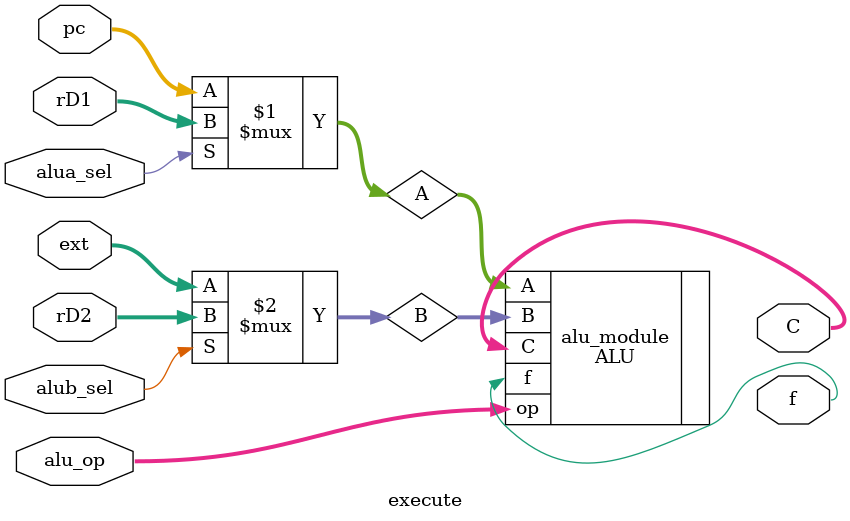
<source format=v>
`timescale 1ns / 1ps

module execute(
    input wire [31:0] pc,
    input wire[31:0] rD1,
    input wire[31:0] ext,
    input wire[31:0] rD2,
    input wire [3:0] alu_op,
    input wire alua_sel,
    input wire alub_sel,
    output wire [31:0] C,
    output wire f
    );
    wire[31:0] A;
    wire[31:0] B;
    assign A=alua_sel?rD1:pc;
    assign B=alub_sel?rD2:ext;
    ALU alu_module(
        .A(A),
        .B(B),
        .op(alu_op),
        .f(f),
        .C(C)
    );
endmodule

</source>
